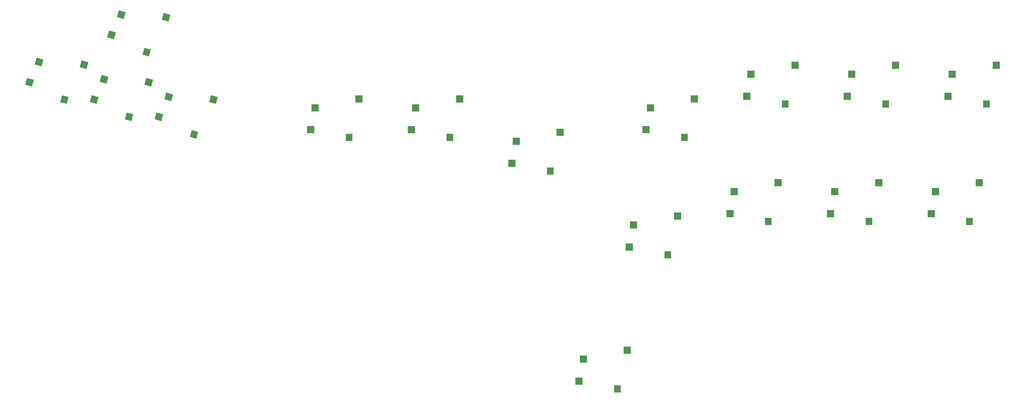
<source format=gbp>
%TF.GenerationSoftware,KiCad,Pcbnew,(6.0.8)*%
%TF.CreationDate,2023-05-29T22:58:42+07:00*%
%TF.ProjectId,hitmixbox002,6869746d-6978-4626-9f78-3030322e6b69,rev?*%
%TF.SameCoordinates,Original*%
%TF.FileFunction,Paste,Bot*%
%TF.FilePolarity,Positive*%
%FSLAX46Y46*%
G04 Gerber Fmt 4.6, Leading zero omitted, Abs format (unit mm)*
G04 Created by KiCad (PCBNEW (6.0.8)) date 2023-05-29 22:58:42*
%MOMM*%
%LPD*%
G01*
G04 APERTURE LIST*
G04 Aperture macros list*
%AMRotRect*
0 Rectangle, with rotation*
0 The origin of the aperture is its center*
0 $1 length*
0 $2 width*
0 $3 Rotation angle, in degrees counterclockwise*
0 Add horizontal line*
21,1,$1,$2,0,0,$3*%
G04 Aperture macros list end*
%ADD10R,2.000000X2.000000*%
%ADD11R,1.900000X2.000000*%
%ADD12RotRect,2.000000X2.000000X165.000000*%
%ADD13RotRect,1.900000X2.000000X165.000000*%
G04 APERTURE END LIST*
D10*
%TO.C,SW11*%
X303843750Y-125143750D03*
X305043750Y-118903750D03*
D11*
X314743750Y-127343750D03*
D10*
X317543750Y-116363750D03*
%TD*%
%TO.C,SW15*%
X300281250Y-152241250D03*
X299081250Y-158481250D03*
X312781250Y-149701250D03*
D11*
X309981250Y-160681250D03*
%TD*%
D10*
%TO.C,SW12*%
X332418750Y-125143750D03*
X333618750Y-118903750D03*
D11*
X343318750Y-127343750D03*
D10*
X346118750Y-116363750D03*
%TD*%
D12*
%TO.C,SW3*%
X89928147Y-126078132D03*
X92702289Y-120361338D03*
D13*
X99887337Y-131024297D03*
D12*
X105433762Y-121143124D03*
%TD*%
D10*
%TO.C,SW13*%
X243131250Y-161766250D03*
X241931250Y-168006250D03*
X255631250Y-159226250D03*
D11*
X252831250Y-170206250D03*
%TD*%
D10*
%TO.C,SW9*%
X246693750Y-134668750D03*
X247893750Y-128428750D03*
D11*
X257593750Y-136868750D03*
D10*
X260393750Y-125888750D03*
%TD*%
%TO.C,SW10*%
X276468750Y-118903750D03*
X275268750Y-125143750D03*
D11*
X286168750Y-127343750D03*
D10*
X288968750Y-116363750D03*
%TD*%
D12*
%TO.C,SW2*%
X71527260Y-121147629D03*
X74301402Y-115430835D03*
D13*
X81486450Y-126093794D03*
D12*
X87032875Y-116212621D03*
%TD*%
D10*
%TO.C,SW6*%
X180018750Y-134668750D03*
X181218750Y-128428750D03*
X193718750Y-125888750D03*
D11*
X190918750Y-136868750D03*
%TD*%
D10*
%TO.C,SW5*%
X152643750Y-128428750D03*
X151443750Y-134668750D03*
X165143750Y-125888750D03*
D11*
X162343750Y-136868750D03*
%TD*%
D10*
%TO.C,SW7*%
X208593750Y-144193750D03*
X209793750Y-137953750D03*
X222293750Y-135413750D03*
D11*
X219493750Y-146393750D03*
%TD*%
D10*
%TO.C,SW14*%
X271706250Y-152241250D03*
X270506250Y-158481250D03*
D11*
X281406250Y-160681250D03*
D10*
X284206250Y-149701250D03*
%TD*%
%TO.C,SW16*%
X328856250Y-152241250D03*
X327656250Y-158481250D03*
X341356250Y-149701250D03*
D11*
X338556250Y-160681250D03*
%TD*%
D12*
%TO.C,SW4*%
X111103176Y-125291841D03*
X108329034Y-131008635D03*
X123834649Y-126073627D03*
D13*
X118288224Y-135954800D03*
%TD*%
D12*
%TO.C,SW1*%
X97632792Y-101960451D03*
X94858650Y-107677245D03*
D13*
X104817840Y-112623410D03*
D12*
X110364265Y-102742237D03*
%TD*%
D10*
%TO.C,SW8*%
X228843750Y-199866250D03*
X227643750Y-206106250D03*
D11*
X238543750Y-208306250D03*
D10*
X241343750Y-197326250D03*
%TD*%
M02*

</source>
